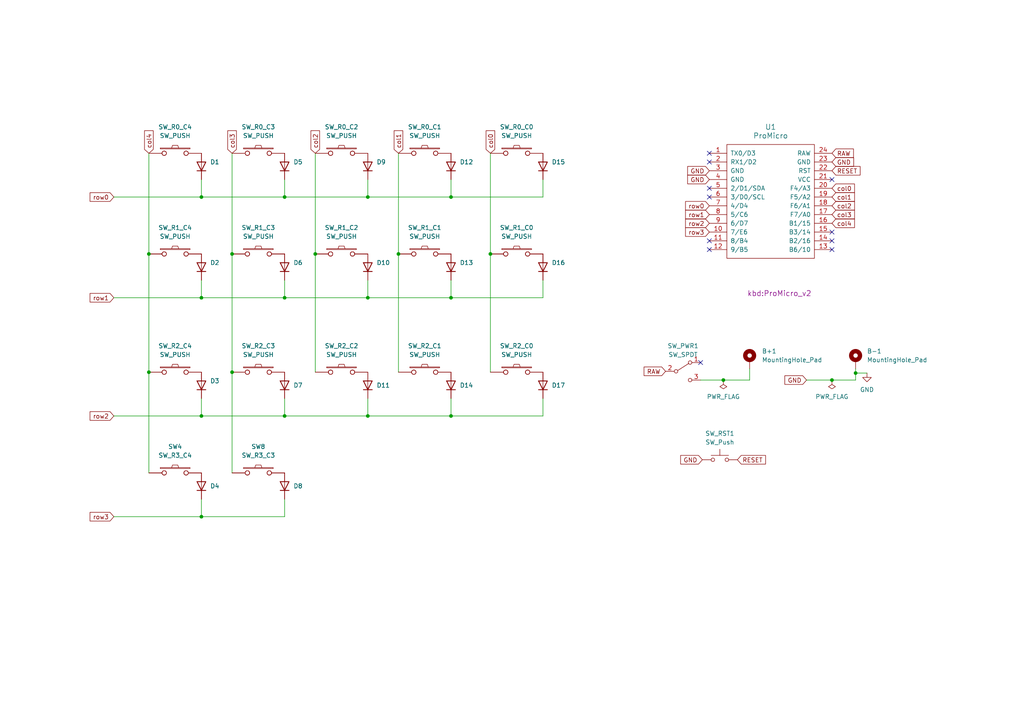
<source format=kicad_sch>
(kicad_sch (version 20230121) (generator eeschema)
  (paper "A4")
  (lib_symbols
    (symbol "Diode:1N4148W" (pin_numbers hide) (pin_names hide)
      (property "Reference" "D" (at 0 2.54 0))
      (property "Value" "1N4148W" (at 0 -2.54 0))
      (symbol "1N4148W_0_1"
        (polyline (pts (xy -1.27 1.27) (xy -1.27 -1.27)) (stroke (width 0.254)))
        (polyline (pts (xy 1.27 0) (xy -1.27 0)))
        (polyline (pts (xy 1.27 1.27) (xy 1.27 -1.27) (xy -1.27 0) (xy 1.27 1.27)) (stroke (width 0.254)))
      )
      (symbol "1N4148W_1_1"
        (pin passive line (at -3.81 0 0) (length 2.54) (name "K") (number "1"))
        (pin passive line (at 3.81 0 180) (length 2.54) (name "A") (number "2"))
      )
    )
    (symbol "Mechanical:MountingHole_Pad" (pin_numbers hide) (pin_names (offset 1.016) hide)
      (property "Reference" "H" (at 0 6.35 0))
      (property "Value" "MountingHole_Pad" (at 0 4.445 0))
      (symbol "MountingHole_Pad_0_1"
        (circle (center 0 1.27) (radius 1.27) (stroke (width 1.27)))
      )
      (symbol "MountingHole_Pad_1_1"
        (pin input line (at 0 -2.54 90) (length 2.54) (name "1") (number "1"))
      )
    )
    (symbol "Switch:SW_Push" (pin_numbers hide) (pin_names (offset 1.016) hide)
      (property "Reference" "SW" (at 1.27 2.54 0))
      (property "Value" "SW_Push" (at 0 -1.524 0))
      (symbol "SW_Push_0_1"
        (circle (center -2.032 0) (radius 0.508))
        (polyline (pts (xy 0 1.27) (xy 0 3.048)))
        (polyline (pts (xy 2.54 1.27) (xy -2.54 1.27)))
        (circle (center 2.032 0) (radius 0.508))
        (pin passive line (at -5.08 0 0) (length 2.54) (name "1") (number "1"))
        (pin passive line (at 5.08 0 180) (length 2.54) (name "2") (number "2"))
      )
    )
    (symbol "Switch:SW_SPDT" (pin_names (offset 0) hide)
      (property "Reference" "SW" (at 0 4.318 0))
      (property "Value" "SW_SPDT" (at 0 -5.08 0))
      (symbol "SW_SPDT_0_0"
        (circle (center -2.032 0) (radius 0.508))
        (circle (center 2.032 -2.54) (radius 0.508))
      )
      (symbol "SW_SPDT_0_1"
        (polyline (pts (xy -1.524 0.254) (xy 1.651 2.286)))
        (circle (center 2.032 2.54) (radius 0.508))
      )
      (symbol "SW_SPDT_1_1"
        (pin passive line (at 5.08 2.54 180) (length 2.54) (name "A") (number "1"))
        (pin passive line (at -5.08 0 0) (length 2.54) (name "B") (number "2"))
        (pin passive line (at 5.08 -2.54 180) (length 2.54) (name "C") (number "3"))
      )
    )
    (symbol "kbd:ProMicro" (pin_names (offset 1.016))
      (property "Reference" "U" (at 0 19.05 0))
      (property "Value" "ProMicro" (at 0 -19.05 0))
      (symbol "ProMicro_0_1"
        (rectangle (start -12.7 16.51) (end 12.7 -16.51))
      )
      (symbol "ProMicro_1_1"
        (pin bidirectional line (at -17.78 13.97 0) (length 5.08) (name "TX0/D3") (number "1"))
        (pin bidirectional line (at -17.78 -8.89 0) (length 5.08) (name "7/E6") (number "10"))
        (pin bidirectional line (at -17.78 -11.43 0) (length 5.08) (name "8/B4") (number "11"))
        (pin bidirectional line (at -17.78 -13.97 0) (length 5.08) (name "9/B5") (number "12"))
        (pin bidirectional line (at 17.78 -13.97 180) (length 5.08) (name "B6/10") (number "13"))
        (pin bidirectional line (at 17.78 -11.43 180) (length 5.08) (name "B2/16") (number "14"))
        (pin bidirectional line (at 17.78 -8.89 180) (length 5.08) (name "B3/14") (number "15"))
        (pin bidirectional line (at 17.78 -6.35 180) (length 5.08) (name "B1/15") (number "16"))
        (pin bidirectional line (at 17.78 -3.81 180) (length 5.08) (name "F7/A0") (number "17"))
        (pin bidirectional line (at 17.78 -1.27 180) (length 5.08) (name "F6/A1") (number "18"))
        (pin bidirectional line (at 17.78 1.27 180) (length 5.08) (name "F5/A2") (number "19"))
        (pin bidirectional line (at -17.78 11.43 0) (length 5.08) (name "RX1/D2") (number "2"))
        (pin bidirectional line (at 17.78 3.81 180) (length 5.08) (name "F4/A3") (number "20"))
        (pin power_in line (at 17.78 6.35 180) (length 5.08) (name "VCC") (number "21"))
        (pin input line (at 17.78 8.89 180) (length 5.08) (name "RST") (number "22"))
        (pin power_in line (at 17.78 11.43 180) (length 5.08) (name "GND") (number "23"))
        (pin power_out line (at 17.78 13.97 180) (length 5.08) (name "RAW") (number "24"))
        (pin power_in line (at -17.78 8.89 0) (length 5.08) (name "GND") (number "3"))
        (pin power_in line (at -17.78 6.35 0) (length 5.08) (name "GND") (number "4"))
        (pin bidirectional line (at -17.78 3.81 0) (length 5.08) (name "2/D1/SDA") (number "5"))
        (pin bidirectional line (at -17.78 1.27 0) (length 5.08) (name "3/D0/SCL") (number "6"))
        (pin bidirectional line (at -17.78 -1.27 0) (length 5.08) (name "4/D4") (number "7"))
        (pin bidirectional line (at -17.78 -3.81 0) (length 5.08) (name "5/C6") (number "8"))
        (pin bidirectional line (at -17.78 -6.35 0) (length 5.08) (name "6/D7") (number "9"))
      )
    )
    (symbol "kbd:SW_PUSH" (pin_numbers hide) (pin_names (offset 1.016) hide)
      (property "Reference" "SW" (at 3.81 2.794 0))
      (property "Value" "SW_PUSH" (at 0 -2.032 0))
      (symbol "SW_PUSH_0_1"
        (rectangle (start -4.318 1.27) (end 4.318 1.524))
        (polyline (pts (xy -1.016 1.524) (xy -0.762 2.286) (xy 0.762 2.286) (xy 1.016 1.524)))
        (pin passive inverted (at -7.62 0 0) (length 5.08) (name "1") (number "1"))
        (pin passive inverted (at 7.62 0 180) (length 5.08) (name "2") (number "2"))
      )
    )
    (symbol "power:GND" (power) (pin_names (offset 0))
      (property "Value" "GND" (at 0 -3.81 0))
      (symbol "GND_0_1"
        (polyline (pts (xy 0 0) (xy 0 -1.27) (xy 1.27 -1.27) (xy 0 -2.54) (xy -1.27 -1.27) (xy 0 -1.27)))
      )
      (symbol "GND_1_1"
        (pin power_in line (at 0 0 270) (length 0) hide (name "GND") (number "1"))
      )
    )
    (symbol "power:PWR_FLAG" (power) (pin_numbers hide) (pin_names (offset 0) hide)
      (property "Value" "PWR_FLAG" (at 0 3.81 0))
      (symbol "PWR_FLAG_0_0"
        (pin power_out line (at 0 0 90) (length 0) (name "pwr") (number "1"))
      )
      (symbol "PWR_FLAG_0_1"
        (polyline (pts (xy 0 0) (xy 0 1.27) (xy -1.016 1.905) (xy 0 2.54) (xy 1.016 1.905) (xy 0 1.27)))
      )
    )
  )
  (junction (at 67.31 107.95))
  (junction (at 82.55 86.36))
  (junction (at 67.31 73.66))
  (junction (at 130.81 120.65))
  (junction (at 130.81 86.36))
  (junction (at 43.18 107.95))
  (junction (at 248.158 108.204))
  (junction (at 106.68 57.15))
  (junction (at 58.42 120.65))
  (junction (at 106.68 120.65))
  (junction (at 115.57 73.66))
  (junction (at 91.44 73.66))
  (junction (at 43.18 73.66))
  (junction (at 58.42 149.86))
  (junction (at 130.81 57.15))
  (junction (at 142.24 73.66))
  (junction (at 58.42 86.36))
  (junction (at 82.55 57.15))
  (junction (at 241.3 110.236))
  (junction (at 58.42 57.15))
  (junction (at 106.68 86.36))
  (junction (at 209.804 110.236))
  (junction (at 82.55 120.65))
  (no_connect (at 205.74 44.45))
  (no_connect (at 241.3 67.31))
  (no_connect (at 241.3 52.07))
  (no_connect (at 205.74 46.99))
  (no_connect (at 205.74 72.39))
  (no_connect (at 205.74 54.61))
  (no_connect (at 205.74 57.15))
  (no_connect (at 203.2 105.156))
  (no_connect (at 241.3 72.39))
  (no_connect (at 241.3 69.85))
  (no_connect (at 205.74 69.85))
  (wire (pts (xy 58.42 149.86) (xy 82.55 149.86)))
  (wire (pts (xy 157.48 120.65) (xy 157.48 115.57)))
  (wire (pts (xy 248.158 106.934) (xy 248.158 108.204)))
  (wire (pts (xy 58.42 144.78) (xy 58.42 149.86)))
  (wire (pts (xy 82.55 57.15) (xy 106.68 57.15)))
  (wire (pts (xy 251.46 108.204) (xy 248.158 108.204)))
  (wire (pts (xy 82.55 115.57) (xy 82.55 120.65)))
  (wire (pts (xy 209.804 110.236) (xy 217.424 110.236)))
  (wire (pts (xy 58.42 81.28) (xy 58.42 86.36)))
  (wire (pts (xy 130.81 115.57) (xy 130.81 120.65)))
  (wire (pts (xy 106.68 57.15) (xy 130.81 57.15)))
  (wire (pts (xy 241.3 110.236) (xy 248.158 110.236)))
  (wire (pts (xy 91.44 44.45) (xy 91.44 73.66)))
  (wire (pts (xy 91.44 73.66) (xy 91.44 107.95)))
  (wire (pts (xy 82.55 81.28) (xy 82.55 86.36)))
  (wire (pts (xy 217.424 106.934) (xy 217.424 110.236)))
  (wire (pts (xy 67.31 107.95) (xy 67.31 137.16)))
  (wire (pts (xy 142.24 73.66) (xy 142.24 107.95)))
  (wire (pts (xy 115.57 44.45) (xy 115.57 73.66)))
  (wire (pts (xy 82.55 120.65) (xy 106.68 120.65)))
  (wire (pts (xy 115.57 73.66) (xy 115.57 107.95)))
  (wire (pts (xy 130.81 120.65) (xy 157.48 120.65)))
  (wire (pts (xy 130.81 57.15) (xy 157.48 57.15)))
  (wire (pts (xy 43.18 44.45) (xy 43.18 73.66)))
  (wire (pts (xy 58.42 115.57) (xy 58.42 120.65)))
  (wire (pts (xy 58.42 57.15) (xy 82.55 57.15)))
  (wire (pts (xy 203.2 110.236) (xy 209.804 110.236)))
  (wire (pts (xy 82.55 86.36) (xy 106.68 86.36)))
  (wire (pts (xy 82.55 144.78) (xy 82.55 149.86)))
  (wire (pts (xy 33.02 57.15) (xy 58.42 57.15)))
  (wire (pts (xy 106.68 86.36) (xy 130.81 86.36)))
  (wire (pts (xy 157.48 86.36) (xy 157.48 81.28)))
  (wire (pts (xy 67.31 73.66) (xy 67.31 107.95)))
  (wire (pts (xy 33.02 86.36) (xy 58.42 86.36)))
  (wire (pts (xy 58.42 86.36) (xy 82.55 86.36)))
  (wire (pts (xy 106.68 120.65) (xy 130.81 120.65)))
  (wire (pts (xy 130.81 81.28) (xy 130.81 86.36)))
  (wire (pts (xy 233.934 110.236) (xy 241.3 110.236)))
  (wire (pts (xy 106.68 81.28) (xy 106.68 86.36)))
  (wire (pts (xy 33.02 120.65) (xy 58.42 120.65)))
  (wire (pts (xy 33.02 149.86) (xy 58.42 149.86)))
  (wire (pts (xy 157.48 57.15) (xy 157.48 52.07)))
  (wire (pts (xy 58.42 120.65) (xy 82.55 120.65)))
  (wire (pts (xy 130.81 86.36) (xy 157.48 86.36)))
  (wire (pts (xy 142.24 44.45) (xy 142.24 73.66)))
  (wire (pts (xy 106.68 115.57) (xy 106.68 120.65)))
  (wire (pts (xy 43.18 107.95) (xy 43.18 137.16)))
  (wire (pts (xy 106.68 52.07) (xy 106.68 57.15)))
  (wire (pts (xy 130.81 52.07) (xy 130.81 57.15)))
  (wire (pts (xy 58.42 52.07) (xy 58.42 57.15)))
  (wire (pts (xy 43.18 73.66) (xy 43.18 107.95)))
  (wire (pts (xy 67.31 44.45) (xy 67.31 73.66)))
  (wire (pts (xy 248.158 108.204) (xy 248.158 110.236)))
  (wire (pts (xy 82.55 52.07) (xy 82.55 57.15)))
  (global_label "row2" (shape input) (at 33.02 120.65 180) (property "Intersheetrefs" "${INTERSHEET_REFS}" (effects hide)))
  (global_label "row0" (shape input) (at 205.74 59.69 180) (property "Intersheetrefs" "${INTERSHEET_REFS}" (effects hide)))
  (global_label "col1" (shape input) (at 115.57 44.45 90) (property "Intersheetrefs" "${INTERSHEET_REFS}" (effects hide)))
  (global_label "row1" (shape input) (at 33.02 86.36 180) (property "Intersheetrefs" "${INTERSHEET_REFS}" (effects hide)))
  (global_label "col2" (shape input) (at 241.3 59.69 0) (property "Intersheetrefs" "${INTERSHEET_REFS}" (effects hide)))
  (global_label "col3" (shape input) (at 241.3 62.23 0) (property "Intersheetrefs" "${INTERSHEET_REFS}" (effects hide)))
  (global_label "col4" (shape input) (at 43.18 44.45 90) (property "Intersheetrefs" "${INTERSHEET_REFS}" (effects hide)))
  (global_label "row1" (shape input) (at 205.74 62.23 180) (property "Intersheetrefs" "${INTERSHEET_REFS}" (effects hide)))
  (global_label "GND" (shape input) (at 205.74 52.07 180) (property "Intersheetrefs" "${INTERSHEET_REFS}" (effects hide)))
  (global_label "row3" (shape input) (at 205.74 67.31 180) (property "Intersheetrefs" "${INTERSHEET_REFS}" (effects hide)))
  (global_label "row3" (shape input) (at 33.02 149.86 180) (property "Intersheetrefs" "${INTERSHEET_REFS}" (effects hide)))
  (global_label "RESET" (shape input) (at 213.868 133.35 0) (property "Intersheetrefs" "${INTERSHEET_REFS}" (effects hide)))
  (global_label "RAW" (shape input) (at 241.3 44.45 0) (property "Intersheetrefs" "${INTERSHEET_REFS}" (effects hide)))
  (global_label "RESET" (shape input) (at 241.3 49.53 0) (property "Intersheetrefs" "${INTERSHEET_REFS}" (effects hide)))
  (global_label "row2" (shape input) (at 205.74 64.77 180) (property "Intersheetrefs" "${INTERSHEET_REFS}" (effects hide)))
  (global_label "GND" (shape input) (at 203.708 133.35 180) (property "Intersheetrefs" "${INTERSHEET_REFS}" (effects hide)))
  (global_label "RAW" (shape input) (at 193.04 107.696 180) (property "Intersheetrefs" "${INTERSHEET_REFS}" (effects hide)))
  (global_label "col0" (shape input) (at 142.24 44.45 90) (property "Intersheetrefs" "${INTERSHEET_REFS}" (effects hide)))
  (global_label "GND" (shape input) (at 241.3 46.99 0) (property "Intersheetrefs" "${INTERSHEET_REFS}" (effects hide)))
  (global_label "col4" (shape input) (at 241.3 64.77 0) (property "Intersheetrefs" "${INTERSHEET_REFS}" (effects hide)))
  (global_label "col3" (shape input) (at 67.31 44.45 90) (property "Intersheetrefs" "${INTERSHEET_REFS}" (effects hide)))
  (global_label "GND" (shape input) (at 205.74 49.53 180) (property "Intersheetrefs" "${INTERSHEET_REFS}" (effects hide)))
  (global_label "row0" (shape input) (at 33.02 57.15 180) (property "Intersheetrefs" "${INTERSHEET_REFS}" (effects hide)))
  (global_label "col1" (shape input) (at 241.3 57.15 0) (property "Intersheetrefs" "${INTERSHEET_REFS}" (effects hide)))
  (global_label "GND" (shape input) (at 233.934 110.236 180) (property "Intersheetrefs" "${INTERSHEET_REFS}" (effects hide)))
  (global_label "col2" (shape input) (at 91.44 44.45 90) (property "Intersheetrefs" "${INTERSHEET_REFS}" (effects hide)))
  (global_label "col0" (shape input) (at 241.3 54.61 0) (property "Intersheetrefs" "${INTERSHEET_REFS}" (effects hide)))
  (symbol (lib_id "kbd:SW_PUSH") (at 74.93 137.16 0) (unit 1)
    (property "Reference" "SW8" (at 74.93 129.54 0))
    (property "Value" "SW_R3_C3" (at 74.93 132.08 0))
    (property "Footprint" "keyswitches:Kailh_socket_PG1350_reversible" (effects hide))
  )
  (symbol (lib_id "Switch:SW_Push") (at 208.788 133.35 0) (unit 1)
    (property "Reference" "SW_RST1" (at 208.788 125.73 0))
    (property "Value" "SW_Push" (at 208.788 128.27 0))
    (property "Footprint" "kbd:ResetSW" (effects hide))
  )
  (symbol (lib_id "Diode:1N4148W") (at 106.68 77.47 90) (unit 1)
    (property "Reference" "D10" (at 109.22 76.2 90) (effects (justify right)))
    (property "Value" "1N4148W" (effects hide))
    (property "Footprint" "kbd:D3_SMD" (effects hide))
    (property "Datasheet" "https://www.vishay.com/docs/85748/1n4148w.pdf" (effects hide))
    (property "Sim.Device" "D" (effects hide))
    (property "Sim.Pins" "1=K 2=A" (effects hide))
  )
  (symbol (lib_id "Diode:1N4148W") (at 130.81 111.76 90) (unit 1)
    (property "Reference" "D14" (at 133.35 111.76 90) (effects (justify right)))
    (property "Value" "1N4148W" (effects hide))
    (property "Footprint" "kbd:D3_SMD" (effects hide))
    (property "Datasheet" "https://www.vishay.com/docs/85748/1n4148w.pdf" (effects hide))
    (property "Sim.Device" "D" (effects hide))
    (property "Sim.Pins" "1=K 2=A" (effects hide))
  )
  (symbol (lib_id "Diode:1N4148W") (at 157.48 48.26 90) (unit 1)
    (property "Reference" "D15" (at 160.02 46.99 90) (effects (justify right)))
    (property "Value" "1N4148W" (effects hide))
    (property "Footprint" "kbd:D3_SMD" (effects hide))
    (property "Datasheet" "https://www.vishay.com/docs/85748/1n4148w.pdf" (effects hide))
    (property "Sim.Device" "D" (effects hide))
    (property "Sim.Pins" "1=K 2=A" (effects hide))
  )
  (symbol (lib_id "Diode:1N4148W") (at 58.42 48.26 90) (unit 1)
    (property "Reference" "D1" (at 60.96 46.99 90) (effects (justify right)))
    (property "Value" "1N4148W" (effects hide))
    (property "Footprint" "kbd:D3_SMD" (effects hide))
    (property "Datasheet" "https://www.vishay.com/docs/85748/1n4148w.pdf" (effects hide))
    (property "Sim.Device" "D" (effects hide))
    (property "Sim.Pins" "1=K 2=A" (effects hide))
  )
  (symbol (lib_id "Switch:SW_SPDT") (at 198.12 107.696 0) (unit 1)
    (property "Reference" "SW_PWR1" (at 198.12 100.33 0))
    (property "Value" "SW_SPDT" (at 198.12 102.87 0))
    (property "Footprint" "PCM_marbastlib-various:SW_MSK12C02-HB" (effects hide))
  )
  (symbol (lib_id "kbd:SW_PUSH") (at 123.19 107.95 0) (unit 1)
    (property "Reference" "SW_R2_C1" (at 123.19 100.33 0))
    (property "Value" "SW_PUSH" (at 123.19 102.87 0))
    (property "Footprint" "keyswitches:Kailh_socket_PG1350_reversible" (effects hide))
  )
  (symbol (lib_id "kbd:SW_PUSH") (at 50.8 107.95 0) (unit 1)
    (property "Reference" "SW_R2_C4" (at 50.8 100.33 0))
    (property "Value" "SW_PUSH" (at 50.8 102.87 0))
    (property "Footprint" "keyswitches:Kailh_socket_PG1350_reversible" (effects hide))
  )
  (symbol (lib_id "kbd:SW_PUSH") (at 74.93 107.95 0) (unit 1)
    (property "Reference" "SW_R2_C3" (at 74.93 100.33 0))
    (property "Value" "SW_PUSH" (at 74.93 102.87 0))
    (property "Footprint" "keyswitches:Kailh_socket_PG1350_reversible" (effects hide))
  )
  (symbol (lib_id "kbd:SW_PUSH") (at 99.06 44.45 0) (unit 1)
    (property "Reference" "SW_R0_C2" (at 99.06 36.83 0))
    (property "Value" "SW_PUSH" (at 99.06 39.37 0))
    (property "Footprint" "keyswitches:Kailh_socket_PG1350_reversible" (effects hide))
  )
  (symbol (lib_id "Diode:1N4148W") (at 82.55 111.76 90) (unit 1)
    (property "Reference" "D7" (at 85.09 111.76 90) (effects (justify right)))
    (property "Value" "1N4148W" (effects hide))
    (property "Footprint" "kbd:D3_SMD" (effects hide))
    (property "Datasheet" "https://www.vishay.com/docs/85748/1n4148w.pdf" (effects hide))
    (property "Sim.Device" "D" (effects hide))
    (property "Sim.Pins" "1=K 2=A" (effects hide))
  )
  (symbol (lib_id "Diode:1N4148W") (at 82.55 48.26 90) (unit 1)
    (property "Reference" "D5" (at 85.09 46.99 90) (effects (justify right)))
    (property "Value" "1N4148W" (effects hide))
    (property "Footprint" "kbd:D3_SMD" (effects hide))
    (property "Datasheet" "https://www.vishay.com/docs/85748/1n4148w.pdf" (effects hide))
    (property "Sim.Device" "D" (effects hide))
    (property "Sim.Pins" "1=K 2=A" (effects hide))
  )
  (symbol (lib_id "Diode:1N4148W") (at 157.48 77.47 90) (unit 1)
    (property "Reference" "D16" (at 160.02 76.2 90) (effects (justify right)))
    (property "Value" "1N4148W" (effects hide))
    (property "Footprint" "kbd:D3_SMD" (effects hide))
    (property "Datasheet" "https://www.vishay.com/docs/85748/1n4148w.pdf" (effects hide))
    (property "Sim.Device" "D" (effects hide))
    (property "Sim.Pins" "1=K 2=A" (effects hide))
  )
  (symbol (lib_id "kbd:SW_PUSH") (at 123.19 73.66 0) (unit 1)
    (property "Reference" "SW_R1_C1" (at 123.19 66.04 0))
    (property "Value" "SW_PUSH" (at 123.19 68.58 0))
    (property "Footprint" "keyswitches:Kailh_socket_PG1350_reversible" (effects hide))
  )
  (symbol (lib_id "kbd:ProMicro") (at 223.52 58.42 0) (unit 1)
    (property "Reference" "U1" (at 223.52 36.83 0) (effects (font (size 1.524 1.524))))
    (property "Value" "ProMicro" (at 223.52 39.37 0) (effects (font (size 1.524 1.524))))
    (property "Footprint" "kbd:ProMicro_v2" (at 226.06 85.09 0) (effects (font (size 1.524 1.524))))
  )
  (symbol (lib_id "kbd:SW_PUSH") (at 50.8 44.45 0) (unit 1)
    (property "Reference" "SW_R0_C4" (at 50.8 36.83 0))
    (property "Value" "SW_PUSH" (at 50.8 39.37 0))
    (property "Footprint" "keyswitches:Kailh_socket_PG1350_reversible" (effects hide))
  )
  (symbol (lib_id "Diode:1N4148W") (at 130.81 48.26 90) (unit 1)
    (property "Reference" "D12" (at 133.35 46.99 90) (effects (justify right)))
    (property "Value" "1N4148W" (effects hide))
    (property "Footprint" "kbd:D3_SMD" (effects hide))
    (property "Datasheet" "https://www.vishay.com/docs/85748/1n4148w.pdf" (effects hide))
    (property "Sim.Device" "D" (effects hide))
    (property "Sim.Pins" "1=K 2=A" (effects hide))
  )
  (symbol (lib_id "Diode:1N4148W") (at 58.42 111.76 90) (unit 1)
    (property "Reference" "D3" (at 60.96 110.49 90) (effects (justify right)))
    (property "Value" "1N4148W" (effects hide))
    (property "Footprint" "kbd:D3_SMD" (effects hide))
    (property "Datasheet" "https://www.vishay.com/docs/85748/1n4148w.pdf" (effects hide))
    (property "Sim.Device" "D" (effects hide))
    (property "Sim.Pins" "1=K 2=A" (effects hide))
  )
  (symbol (lib_id "kbd:SW_PUSH") (at 149.86 73.66 0) (unit 1)
    (property "Reference" "SW_R1_C0" (at 149.86 66.04 0))
    (property "Value" "SW_PUSH" (at 149.86 68.58 0))
    (property "Footprint" "keyswitches:Kailh_socket_PG1350_reversible" (effects hide))
  )
  (symbol (lib_id "kbd:SW_PUSH") (at 123.19 44.45 0) (unit 1)
    (property "Reference" "SW_R0_C1" (at 123.19 36.83 0))
    (property "Value" "SW_PUSH" (at 123.19 39.37 0))
    (property "Footprint" "keyswitches:Kailh_socket_PG1350_reversible" (effects hide))
  )
  (symbol (lib_id "kbd:SW_PUSH") (at 149.86 44.45 0) (unit 1)
    (property "Reference" "SW_R0_C0" (at 149.86 36.83 0))
    (property "Value" "SW_PUSH" (at 149.86 39.37 0))
    (property "Footprint" "keyswitches:Kailh_socket_PG1350_reversible" (effects hide))
  )
  (symbol (lib_id "Diode:1N4148W") (at 58.42 140.97 90) (unit 1)
    (property "Reference" "D4" (at 60.96 140.97 90) (effects (justify right)))
    (property "Value" "1N4148W" (effects hide))
    (property "Footprint" "kbd:D3_SMD" (effects hide))
    (property "Datasheet" "https://www.vishay.com/docs/85748/1n4148w.pdf" (effects hide))
    (property "Sim.Device" "D" (effects hide))
    (property "Sim.Pins" "1=K 2=A" (effects hide))
  )
  (symbol (lib_id "kbd:SW_PUSH") (at 50.8 73.66 0) (unit 1)
    (property "Reference" "SW_R1_C4" (at 50.8 66.04 0))
    (property "Value" "SW_PUSH" (at 50.8 68.58 0))
    (property "Footprint" "keyswitches:Kailh_socket_PG1350_reversible" (effects hide))
  )
  (symbol (lib_id "kbd:SW_PUSH") (at 149.86 107.95 0) (unit 1)
    (property "Reference" "SW_R2_C0" (at 149.86 100.33 0))
    (property "Value" "SW_PUSH" (at 149.86 102.87 0))
    (property "Footprint" "keyswitches:Kailh_socket_PG1350_reversible" (effects hide))
  )
  (symbol (lib_id "Diode:1N4148W") (at 106.68 111.76 90) (unit 1)
    (property "Reference" "D11" (at 109.22 111.76 90) (effects (justify right)))
    (property "Value" "1N4148W" (effects hide))
    (property "Footprint" "kbd:D3_SMD" (effects hide))
    (property "Datasheet" "https://www.vishay.com/docs/85748/1n4148w.pdf" (effects hide))
    (property "Sim.Device" "D" (effects hide))
    (property "Sim.Pins" "1=K 2=A" (effects hide))
  )
  (symbol (lib_id "Diode:1N4148W") (at 82.55 77.47 90) (unit 1)
    (property "Reference" "D6" (at 85.09 76.2 90) (effects (justify right)))
    (property "Value" "1N4148W" (effects hide))
    (property "Footprint" "kbd:D3_SMD" (effects hide))
    (property "Datasheet" "https://www.vishay.com/docs/85748/1n4148w.pdf" (effects hide))
    (property "Sim.Device" "D" (effects hide))
    (property "Sim.Pins" "1=K 2=A" (effects hide))
  )
  (symbol (lib_id "kbd:SW_PUSH") (at 50.8 137.16 0) (unit 1)
    (property "Reference" "SW4" (at 50.8 129.54 0))
    (property "Value" "SW_R3_C4" (at 50.8 132.08 0))
    (property "Footprint" "keyswitches:Kailh_socket_PG1350_reversible" (effects hide))
  )
  (symbol (lib_id "power:PWR_FLAG") (at 241.3 110.236 180) (unit 1)
    (property "Reference" "#FLG02" (effects hide))
    (property "Value" "PWR_FLAG" (at 241.3 115.062 0))
  )
  (symbol (lib_id "Diode:1N4148W") (at 157.48 111.76 90) (unit 1)
    (property "Reference" "D17" (at 160.02 111.76 90) (effects (justify right)))
    (property "Value" "1N4148W" (effects hide))
    (property "Footprint" "kbd:D3_SMD" (effects hide))
    (property "Datasheet" "https://www.vishay.com/docs/85748/1n4148w.pdf" (effects hide))
    (property "Sim.Device" "D" (effects hide))
    (property "Sim.Pins" "1=K 2=A" (effects hide))
  )
  (symbol (lib_id "Diode:1N4148W") (at 82.55 140.97 90) (unit 1)
    (property "Reference" "D8" (at 85.09 140.97 90) (effects (justify right)))
    (property "Value" "1N4148W" (effects hide))
    (property "Footprint" "kbd:D3_SMD" (effects hide))
    (property "Datasheet" "https://www.vishay.com/docs/85748/1n4148w.pdf" (effects hide))
    (property "Sim.Device" "D" (effects hide))
    (property "Sim.Pins" "1=K 2=A" (effects hide))
  )
  (symbol (lib_id "kbd:SW_PUSH") (at 99.06 73.66 0) (unit 1)
    (property "Reference" "SW_R1_C2" (at 99.06 66.04 0))
    (property "Value" "SW_PUSH" (at 99.06 68.58 0))
    (property "Footprint" "keyswitches:Kailh_socket_PG1350_reversible" (effects hide))
  )
  (symbol (lib_id "kbd:SW_PUSH") (at 74.93 73.66 0) (unit 1)
    (property "Reference" "SW_R1_C3" (at 74.93 66.04 0))
    (property "Value" "SW_PUSH" (at 74.93 68.58 0))
    (property "Footprint" "keyswitches:Kailh_socket_PG1350_reversible" (effects hide))
  )
  (symbol (lib_id "kbd:SW_PUSH") (at 99.06 107.95 0) (unit 1)
    (property "Reference" "SW_R2_C2" (at 99.06 100.33 0))
    (property "Value" "SW_PUSH" (at 99.06 102.87 0))
    (property "Footprint" "keyswitches:Kailh_socket_PG1350_reversible" (effects hide))
  )
  (symbol (lib_id "power:GND") (at 251.46 108.204 0) (unit 1)
    (property "Reference" "#PWR01" (effects hide))
    (property "Value" "GND" (at 251.46 113.03 0))
  )
  (symbol (lib_id "Diode:1N4148W") (at 106.68 48.26 90) (unit 1)
    (property "Reference" "D9" (at 109.22 46.99 90) (effects (justify right)))
    (property "Value" "1N4148W" (effects hide))
    (property "Footprint" "kbd:D3_SMD" (effects hide))
    (property "Datasheet" "https://www.vishay.com/docs/85748/1n4148w.pdf" (effects hide))
    (property "Sim.Device" "D" (effects hide))
    (property "Sim.Pins" "1=K 2=A" (effects hide))
  )
  (symbol (lib_id "Diode:1N4148W") (at 130.81 77.47 90) (unit 1)
    (property "Reference" "D13" (at 133.35 76.2 90) (effects (justify right)))
    (property "Value" "1N4148W" (effects hide))
    (property "Footprint" "kbd:D3_SMD" (effects hide))
    (property "Datasheet" "https://www.vishay.com/docs/85748/1n4148w.pdf" (effects hide))
    (property "Sim.Device" "D" (effects hide))
    (property "Sim.Pins" "1=K 2=A" (effects hide))
  )
  (symbol (lib_id "Diode:1N4148W") (at 58.42 77.47 90) (unit 1)
    (property "Reference" "D2" (at 60.96 76.2 90) (effects (justify right)))
    (property "Value" "1N4148W" (effects hide))
    (property "Footprint" "kbd:D3_SMD" (effects hide))
    (property "Datasheet" "https://www.vishay.com/docs/85748/1n4148w.pdf" (effects hide))
    (property "Sim.Device" "D" (effects hide))
    (property "Sim.Pins" "1=K 2=A" (effects hide))
  )
  (symbol (lib_id "Mechanical:MountingHole_Pad") (at 217.424 104.394 0) (unit 1)
    (property "Reference" "B+1" (at 220.98 101.854 0) (effects (justify left)))
    (property "Value" "MountingHole_Pad" (at 220.98 104.394 0) (effects (justify left)))
    (property "Footprint" "kbd:1pin_conn" (effects hide))
  )
  (symbol (lib_id "kbd:SW_PUSH") (at 74.93 44.45 0) (unit 1)
    (property "Reference" "SW_R0_C3" (at 74.93 36.83 0))
    (property "Value" "SW_PUSH" (at 74.93 39.37 0))
    (property "Footprint" "keyswitches:Kailh_socket_PG1350_reversible" (effects hide))
  )
  (symbol (lib_id "power:PWR_FLAG") (at 209.804 110.236 180) (unit 1)
    (property "Reference" "#FLG01" (effects hide))
    (property "Value" "PWR_FLAG" (at 209.804 115.062 0))
  )
  (symbol (lib_id "Mechanical:MountingHole_Pad") (at 248.158 104.394 0) (unit 1)
    (property "Reference" "B-1" (at 251.46 101.854 0) (effects (justify left)))
    (property "Value" "MountingHole_Pad" (at 251.46 104.394 0) (effects (justify left)))
    (property "Footprint" "kbd:1pin_conn" (effects hide))
  )
)
</source>
